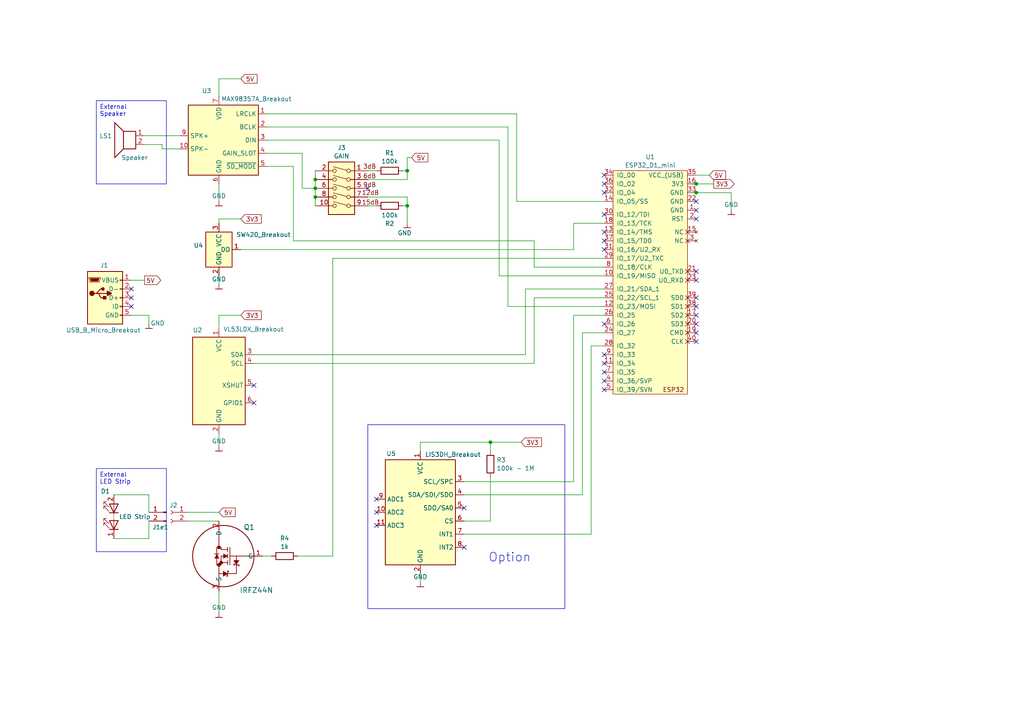
<source format=kicad_sch>
(kicad_sch (version 20231120) (generator "eeschema") (generator_version "8.0")
  (paper "A4")
  (title_block (title "LeoIoT - Goalfinder") (date "2024-03-25") (rev "01") (company "HTL Leonding, SJ 23-24, 2BHIF") (comment 2 "finding the basketball basket and hit detection") (comment 3 "Smart utility for guiding visually impaired people in "))
  (lib_symbols
    (symbol "Breakout_Boards:LIS3DH_Breakout"
      (property "Reference" "U" (at -8.89 16.51 0))
      (property "Value" "LIS3DH_Breakout" (at 9.144 16.51 0))
      (symbol "LIS3DH_Breakout_0_1"
        (rectangle (start -10.16 15.24) (end 10.16 -15.24) (stroke (width 0.254)) (fill (type background)))
      )
      (symbol "LIS3DH_Breakout_1_1"
        (pin power_in line (at 0 17.78 270) (length 2.54) (name "VCC") (number "1"))
        (pin input line (at 12.7 0 180) (length 2.54) (name "ADC2") (number "10"))
        (pin input line (at 12.7 -3.81 180) (length 2.54) (name "ADC3") (number "11"))
        (pin power_in line (at 0 -17.78 90) (length 2.54) (name "GND") (number "2"))
        (pin input line (at -12.7 8.89 0) (length 2.54) (name "SCL/SPC") (number "3"))
        (pin bidirectional line (at -12.7 5.08 0) (length 2.54) (name "SDA/SDI/SDO") (number "4"))
        (pin bidirectional line (at -12.7 1.27 0) (length 2.54) (name "SDO/SA0") (number "5"))
        (pin input line (at -12.7 -2.54 0) (length 2.54) (name "CS") (number "6"))
        (pin output line (at -12.7 -6.35 0) (length 2.54) (name "INT1") (number "7"))
        (pin output line (at -12.7 -10.16 0) (length 2.54) (name "INT2") (number "8"))
        (pin input line (at 12.7 3.81 180) (length 2.54) (name "ADC1") (number "9"))
      )
    )
    (symbol "Breakout_Boards:MAX98357A_Breakout"
      (property "Reference" "U" (at -8.89 11.43 0))
      (property "Value" "MAX98357A_Breakout" (at 12.446 11.684 0))
      (symbol "MAX98357A_Breakout_1_1"
        (rectangle (start -10.16 10.16) (end 10.16 -10.16) (stroke (width 0.254)) (fill (type background)))
        (pin input line (at -12.7 7.62 0) (length 2.54) (name "LRCLK") (number "1"))
        (pin output line (at 12.7 -2.54 180) (length 2.54) (name "SPK-") (number "10"))
        (pin input line (at -12.7 3.81 0) (length 2.54) (name "BCLK") (number "2"))
        (pin input line (at -12.7 0 0) (length 2.54) (name "DIN") (number "3"))
        (pin passive line (at -12.7 -3.81 0) (length 2.54) (name "GAIN_SLOT") (number "4"))
        (pin input line (at -12.7 -7.62 0) (length 2.54) (name "~{SD_MODE}") (number "5"))
        (pin power_in line (at 1.27 -12.7 90) (length 2.54) (name "GND") (number "6"))
        (pin power_in line (at 1.27 12.7 270) (length 2.54) (name "VDD") (number "7"))
        (pin output line (at 12.7 1.27 180) (length 2.54) (name "SPK+") (number "9"))
      )
    )
    (symbol "Breakout_Boards:SW420_Breakout"
      (property "Reference" "U" (at -6.35 13.97 0))
      (property "Value" "SW420_Breakout" (at 9.652 6.858 0))
      (symbol "SW420_Breakout_0_1"
        (rectangle (start -3.81 5.08) (end 3.81 -5.08) (stroke (width 0.254)) (fill (type background)))
      )
      (symbol "SW420_Breakout_1_1"
        (pin output line (at -6.35 0 0) (length 2.54) (name "DO") (number "1"))
        (pin power_in line (at 0 -7.62 90) (length 2.54) (name "GND") (number "2"))
        (pin power_in line (at 0 7.62 270) (length 2.54) (name "VCC") (number "3"))
      )
    )
    (symbol "Breakout_Boards:USB_B_Micro_Breakout" (pin_names (offset 1.016))
      (property "Reference" "J" (at -5.08 8.89 0))
      (property "Value" "USB_B_Micro_Breakout" (at -5.334 -8.89 0))
      (symbol "USB_B_Micro_Breakout_0_1"
        (rectangle (start -5.08 7.62) (end 5.08 -7.62) (stroke (width 0.254)) (fill (type background)))
        (circle (center -3.81 1.27) (radius 0.635) (stroke (width 0.254)) (fill (type outline)))
        (circle (center -0.635 2.54) (radius 0.381) (stroke (width 0.254)) (fill (type outline)))
        (polyline (pts (xy -1.905 1.27) (xy 0.635 1.27)) (stroke (width 0.254)))
        (polyline (pts (xy -3.175 1.27) (xy -2.54 1.27) (xy -1.27 2.54) (xy -0.635 2.54)) (stroke (width 0.254)))
        (polyline (pts (xy -2.54 1.27) (xy -1.905 1.27) (xy -1.27 0) (xy 0 0)) (stroke (width 0.254)))
        (polyline (pts (xy 0.635 1.905) (xy 0.635 0.635) (xy 1.905 1.27) (xy 0.635 1.905)) (stroke (width 0.254)) (fill (type outline)))
        (polyline (pts (xy -4.318 5.588) (xy -1.778 5.588) (xy -2.032 4.826) (xy -4.064 4.826) (xy -4.318 5.588)) (fill (type outline)))
        (polyline (pts (xy -4.699 5.842) (xy -4.699 5.588) (xy -4.445 4.826) (xy -4.445 4.572) (xy -1.651 4.572) (xy -1.651 4.826) (xy -1.397 5.588) (xy -1.397 5.842) (xy -4.699 5.842)))
        (rectangle (start 0.254 0.381) (end -0.508 -0.381) (stroke (width 0.254)) (fill (type outline)))
        (rectangle (start 4.318 0.127) (end 5.08 -0.127))
        (rectangle (start 4.318 2.667) (end 5.08 2.413))
        (rectangle (start 5.08 -5.207) (end 4.318 -4.953))
        (rectangle (start 5.08 -2.667) (end 4.318 -2.413))
        (rectangle (start 5.08 4.953) (end 4.318 5.207))
      )
      (symbol "USB_B_Micro_Breakout_1_1"
        (pin power_out line (at 7.62 5.08 180) (length 2.54) (name "VBUS") (number "1"))
        (pin bidirectional line (at 7.62 2.54 180) (length 2.54) (name "D-") (number "2"))
        (pin bidirectional line (at 7.62 0 180) (length 2.54) (name "D+") (number "3"))
        (pin passive line (at 7.62 -2.54 180) (length 2.54) (name "ID") (number "4"))
        (pin power_out line (at 7.62 -5.08 180) (length 2.54) (name "GND") (number "5"))
      )
    )
    (symbol "Breakout_Boards:VL53L0X_Breakout"
      (property "Reference" "U" (at -6.35 13.97 0))
      (property "Value" "VL53L0X_Breakout" (at 9.398 14.224 0))
      (symbol "VL53L0X_Breakout_0_1"
        (rectangle (start -7.62 12.7) (end 7.62 -12.7) (stroke (width 0.254)) (fill (type background)))
      )
      (symbol "VL53L0X_Breakout_1_1"
        (pin power_in line (at 0 15.24 270) (length 2.54) (name "VCC") (number "1"))
        (pin power_in line (at 0 -15.24 90) (length 2.54) (name "GND") (number "2"))
        (pin bidirectional line (at -10.16 7.62 0) (length 2.54) (name "SDA") (number "3"))
        (pin input line (at -10.16 5.08 0) (length 2.54) (name "SCL") (number "4"))
        (pin input line (at -10.16 -1.27 0) (length 2.54) (name "XSHUT") (number "5"))
        (pin open_collector line (at -10.16 -6.35 0) (length 2.54) (name "GPIO1") (number "6"))
      )
    )
    (symbol "Connector:Conn_01x02_Pin" (pin_names (offset 1.016) hide)
      (property "Reference" "J" (at 0 2.54 0))
      (property "Value" "Conn_01x02_Pin" (at 0 -5.08 0))
      (symbol "Conn_01x02_Pin_1_1"
        (polyline (pts (xy 1.27 -2.54) (xy 0.8636 -2.54)) (stroke (width 0.1524)))
        (polyline (pts (xy 1.27 0) (xy 0.8636 0)) (stroke (width 0.1524)))
        (rectangle (start 0.8636 -2.413) (end 0 -2.667) (stroke (width 0.1524)) (fill (type outline)))
        (rectangle (start 0.8636 0.127) (end 0 -0.127) (stroke (width 0.1524)) (fill (type outline)))
        (pin passive line (at 5.08 0 180) (length 3.81) (name "Pin_1") (number "1"))
        (pin passive line (at 5.08 -2.54 180) (length 3.81) (name "Pin_2") (number "2"))
      )
    )
    (symbol "Connector:Conn_01x02_Socket" (pin_names (offset 1.016) hide)
      (property "Reference" "J" (at 0 2.54 0))
      (property "Value" "Conn_01x02_Socket" (at 0 -5.08 0))
      (symbol "Conn_01x02_Socket_1_1"
        (arc (start 0 -2.032) (mid -0.5058 -2.54) (end 0 -3.048) (stroke (width 0.1524)))
        (polyline (pts (xy -1.27 -2.54) (xy -0.508 -2.54)) (stroke (width 0.1524)))
        (polyline (pts (xy -1.27 0) (xy -0.508 0)) (stroke (width 0.1524)))
        (arc (start 0 0.508) (mid -0.5058 0) (end 0 -0.508) (stroke (width 0.1524)))
        (pin passive line (at -5.08 0 0) (length 3.81) (name "Pin_1") (number "1"))
        (pin passive line (at -5.08 -2.54 0) (length 3.81) (name "Pin_2") (number "2"))
      )
    )
    (symbol "Device:LED_Series" (pin_names (offset 1.016) hide)
      (property "Reference" "D" (at 0 5.715 0))
      (property "Value" "LED_Series" (at 0 3.81 0))
      (symbol "LED_Series_0_1"
        (polyline (pts (xy -3.81 0) (xy -1.016 0)))
        (polyline (pts (xy -3.683 -1.27) (xy -3.683 1.27)) (stroke (width 0.254)))
        (polyline (pts (xy -0.508 0) (xy -0.762 0)))
        (polyline (pts (xy 0.127 0) (xy -0.127 0)))
        (polyline (pts (xy 0.508 0) (xy 0.762 0)))
        (polyline (pts (xy 1.016 0) (xy 3.81 0)))
        (polyline (pts (xy 1.143 -1.27) (xy 1.143 1.27)) (stroke (width 0.254)))
        (polyline (pts (xy -1.143 -1.27) (xy -1.143 1.27) (xy -3.683 0) (xy -1.143 -1.27)) (stroke (width 0.254)))
        (polyline (pts (xy 3.683 -1.27) (xy 3.683 1.27) (xy 1.143 0) (xy 3.683 -1.27)) (stroke (width 0.254)))
        (polyline (pts (xy -3.302 1.397) (xy -1.778 2.921) (xy -2.54 2.921) (xy -1.778 2.921) (xy -1.778 2.159)))
        (polyline (pts (xy -2.032 1.397) (xy -0.508 2.921) (xy -1.27 2.921) (xy -0.508 2.921) (xy -0.508 2.159)))
        (polyline (pts (xy 1.524 1.397) (xy 3.048 2.921) (xy 2.286 2.921) (xy 3.048 2.921) (xy 3.048 2.159)))
        (polyline (pts (xy 2.794 1.397) (xy 4.318 2.921) (xy 3.556 2.921) (xy 4.318 2.921) (xy 4.318 2.159)))
      )
      (symbol "LED_Series_1_1"
        (pin passive line (at -6.35 0 0) (length 2.54) (name "K") (number "1"))
        (pin passive line (at 6.35 0 180) (length 2.54) (name "A") (number "2"))
      )
    )
    (symbol "Device:R" (pin_numbers hide) (pin_names (offset 0))
      (property "Reference" "R" (at 2.032 0 90))
      (property "Value" "R" (at 0 0 90))
      (symbol "R_0_1"
        (rectangle (start -1.016 -2.54) (end 1.016 2.54) (stroke (width 0.254)))
      )
      (symbol "R_1_1"
        (pin passive line (at 0 3.81 270) (length 1.27) (name "~") (number "1"))
        (pin passive line (at 0 -3.81 90) (length 1.27) (name "~") (number "2"))
      )
    )
    (symbol "Device:Speaker" (pin_names (offset 0) hide)
      (property "Reference" "LS" (at 1.27 5.715 0))
      (property "Value" "Speaker" (at 1.27 3.81 0))
      (symbol "Speaker_0_0"
        (rectangle (start -2.54 1.27) (end 1.016 -3.81) (stroke (width 0.254)))
        (polyline (pts (xy 1.016 1.27) (xy 3.556 3.81) (xy 3.556 -6.35) (xy 1.016 -3.81)) (stroke (width 0.254)))
      )
      (symbol "Speaker_1_1"
        (pin input line (at -5.08 0 0) (length 2.54) (name "1") (number "1"))
        (pin input line (at -5.08 -2.54 0) (length 2.54) (name "2") (number "2"))
      )
    )
    (symbol "ESP32_D1_mini:ESP32_D1_mini_AZ-Delivery" (pin_names (offset 1.016))
      (property "Reference" "U" (at -9.398 1.778 0))
      (property "Value" "AZ-Delivery ESP32 D1 mini" (at 13.716 2.032 0))
      (symbol "ESP32_D1_mini_AZ-Delivery_0_0"
        (text "ESP32" (at 7.366 -63.5 0) (effects (font (size 1.27 1.27))))
        (pin power_in line (at 13.97 -11.43 180) (length 2.54) (name "GND") (number "1"))
        (pin input line (at 13.97 -13.97 180) (length 2.54) (name "RST") (number "2"))
        (pin no_connect non_logic (at 13.97 -20.32 180) (length 2.54) (name "NC") (number "3"))
      )
      (symbol "ESP32_D1_mini_AZ-Delivery_0_1"
        (rectangle (start -10.16 0) (end 11.43 -64.77) (fill (type background)))
      )
      (symbol "ESP32_D1_mini_AZ-Delivery_1_0"
        (pin input line (at -12.7 -60.96 0) (length 2.54) (name "IO_36/SVP") (number "4"))
        (pin input line (at -12.7 -63.5 0) (length 2.54) (name "IO_39/SVN") (number "5"))
      )
      (symbol "ESP32_D1_mini_AZ-Delivery_1_1"
        (pin bidirectional line (at -12.7 -30.48 0) (length 2.54) (name "IO_19/MISO") (number "10"))
        (pin input line (at -12.7 -55.88 0) (length 2.54) (name "IO_34") (number "11"))
        (pin bidirectional line (at -12.7 -39.37 0) (length 2.54) (name "IO_23/MOSI") (number "12"))
        (pin bidirectional line (at -12.7 -17.78 0) (length 2.54) (name "IO_14/TMS") (number "13"))
        (pin bidirectional line (at -12.7 -8.89 0) (length 2.54) (name "IO_05/SS") (number "14"))
        (pin no_connect non_logic (at 13.97 -17.78 180) (length 2.54) (name "NC") (number "15"))
        (pin power_in line (at 13.97 -3.81 180) (length 2.54) (name "3V3") (number "16"))
        (pin passive non_logic (at 13.97 -41.91 180) (length 2.54) (name "SD2") (number "17"))
        (pin bidirectional line (at -12.7 -15.24 0) (length 2.54) (name "IO_13/TCK") (number "18"))
        (pin passive non_logic (at 13.97 -46.99 180) (length 2.54) (name "CMD") (number "19"))
        (pin passive non_logic (at 13.97 -44.45 180) (length 2.54) (name "SD3") (number "20"))
        (pin passive non_logic (at 13.97 -29.21 180) (length 2.54) (name "U0_TXD") (number "21"))
        (pin power_in line (at 13.97 -8.89 180) (length 2.54) (name "GND") (number "22"))
        (pin passive non_logic (at 13.97 -31.75 180) (length 2.54) (name "U0_RXD") (number "23"))
        (pin bidirectional line (at -12.7 -46.99 0) (length 2.54) (name "IO_27") (number "24"))
        (pin bidirectional line (at -12.7 -36.83 0) (length 2.54) (name "IO_22/SCL_1") (number "25"))
        (pin bidirectional line (at -12.7 -41.91 0) (length 2.54) (name "IO_25") (number "26"))
        (pin bidirectional line (at -12.7 -34.29 0) (length 2.54) (name "IO_21/SDA_1") (number "27"))
        (pin bidirectional line (at -12.7 -50.8 0) (length 2.54) (name "IO_32") (number "28"))
        (pin bidirectional line (at -12.7 -25.4 0) (length 2.54) (name "IO_17/U2_TXC") (number "29"))
        (pin bidirectional line (at -12.7 -12.7 0) (length 2.54) (name "IO_12/TDI") (number "30"))
        (pin bidirectional line (at -12.7 -22.86 0) (length 2.54) (name "IO_16/U2_RX") (number "31"))
        (pin bidirectional line (at -12.7 -6.35 0) (length 2.54) (name "IO_04") (number "32"))
        (pin power_in line (at 13.97 -6.35 180) (length 2.54) (name "GND") (number "33"))
        (pin bidirectional line (at -12.7 -1.27 0) (length 2.54) (name "IO_00") (number "34"))
        (pin power_in line (at 13.97 -1.27 180) (length 2.54) (name "VCC_(USB)") (number "35"))
        (pin bidirectional line (at -12.7 -3.81 0) (length 2.54) (name "IO_02") (number "36"))
        (pin bidirectional line (at -12.7 -20.32 0) (length 2.54) (name "IO_15/TD0") (number "37"))
        (pin passive non_logic (at 13.97 -39.37 180) (length 2.54) (name "SD1") (number "38"))
        (pin passive non_logic (at 13.97 -36.83 180) (length 2.54) (name "SD0") (number "39"))
        (pin passive non_logic (at 13.97 -49.53 180) (length 2.54) (name "CLK") (number "40"))
        (pin bidirectional line (at -12.7 -44.45 0) (length 2.54) (name "IO_26") (number "6"))
        (pin input line (at -12.7 -58.42 0) (length 2.54) (name "IO_35") (number "7"))
        (pin bidirectional line (at -12.7 -27.94 0) (length 2.54) (name "IO_18/CLK") (number "8"))
        (pin bidirectional line (at -12.7 -53.34 0) (length 2.54) (name "IO_33") (number "9"))
      )
    )
    (symbol "Switch:SW_DIP_x05" (pin_names (offset 0) hide)
      (property "Reference" "J1" (at 0 11.7645 0))
      (property "Value" "GAIN" (at 0 9.3402 0))
      (symbol "SW_DIP_x05_0_0"
        (circle (center -2.032 -5.08) (radius 0.508))
        (circle (center -2.032 -2.54) (radius 0.508))
        (circle (center -2.032 0) (radius 0.508))
        (circle (center -2.032 2.54) (radius 0.508))
        (circle (center -2.032 5.08) (radius 0.508))
        (polyline (pts (xy -1.524 -4.9276) (xy 2.3622 -3.8862)))
        (polyline (pts (xy -1.524 -2.3876) (xy 2.3622 -1.3462)))
        (polyline (pts (xy -1.524 0.127) (xy 2.3622 1.1684)))
        (polyline (pts (xy -1.524 2.667) (xy 2.3622 3.7084)))
        (polyline (pts (xy -1.524 5.207) (xy 2.3622 6.2484)))
        (circle (center 2.032 -5.08) (radius 0.508))
        (circle (center 2.032 -2.54) (radius 0.508))
        (circle (center 2.032 0) (radius 0.508))
        (circle (center 2.032 2.54) (radius 0.508))
        (circle (center 2.032 5.08) (radius 0.508))
      )
      (symbol "SW_DIP_x05_0_1"
        (rectangle (start -3.81 7.62) (end 3.81 -7.62) (stroke (width 0.254)) (fill (type background)))
      )
      (symbol "SW_DIP_x05_1_1"
        (text "12dB" (at -8.382 -1.27 0) (effects (font (size 1.27 1.27))))
        (text "15dB" (at -8.382 -4.064 0) (effects (font (size 1.27 1.27))))
        (text "3dB" (at -8.128 6.35 0) (effects (font (size 1.27 1.27))))
        (text "6dB" (at -8.128 3.556 0) (effects (font (size 1.27 1.27))))
        (text "9dB" (at -8.128 1.016 0) (effects (font (size 1.27 1.27))))
        (pin passive line (at -7.62 5.08 0) (length 5.08) (name "~") (number "1"))
        (pin passive line (at 7.62 -5.08 180) (length 5.08) (name "~") (number "10"))
        (pin passive line (at 7.62 5.08 180) (length 5.08) (name "~") (number "2"))
        (pin passive line (at -7.62 2.54 0) (length 5.08) (name "~") (number "3"))
        (pin passive line (at 7.62 2.54 180) (length 5.08) (name "~") (number "4"))
        (pin passive line (at -7.62 0 0) (length 5.08) (name "~") (number "5"))
        (pin passive line (at 7.62 0 180) (length 5.08) (name "~") (number "6"))
        (pin passive line (at -7.62 -2.54 0) (length 5.08) (name "~") (number "7"))
        (pin passive line (at 7.62 -2.54 180) (length 5.08) (name "~") (number "8"))
        (pin passive line (at -7.62 -5.08 0) (length 5.08) (name "~") (number "9"))
      )
    )
    (symbol "Transistor_FET_Own:IRFZ44N_127" (pin_names (offset 0.254))
      (property "Reference" "Q1" (at 20.066 8.382 0))
      (property "Value" "IRFZ44N" (at 20.32 5.588 0))
      (symbol "IRFZ44N_127_0_1"
        (polyline (pts (xy 2.54 0) (xy 9.525 0)) (stroke (width 0.2032)))
        (polyline (pts (xy 6.858 -2.794) (xy 7.112 -2.794)) (stroke (width 0.2032)))
        (polyline (pts (xy 6.858 -2.54) (xy 6.858 -2.794)) (stroke (width 0.2032)))
        (polyline (pts (xy 6.858 -2.54) (xy 8.382 -2.54)) (stroke (width 0.2032)))
        (polyline (pts (xy 7.62 -5.08) (xy 10.16 -5.08)) (stroke (width 0.2032)))
        (polyline (pts (xy 7.62 -2.54) (xy 7.62 -5.08)) (stroke (width 0.2032)))
        (polyline (pts (xy 7.62 0) (xy 7.62 -1.27)) (stroke (width 0.2032)))
        (polyline (pts (xy 8.382 -2.54) (xy 8.382 -2.286)) (stroke (width 0.2032)))
        (polyline (pts (xy 8.382 -2.286) (xy 8.128 -2.286)) (stroke (width 0.2032)))
        (polyline (pts (xy 9.525 -2.54) (xy 9.525 2.54)) (stroke (width 0.2032)))
        (polyline (pts (xy 9.906 -4.318) (xy 9.906 -4.572)) (stroke (width 0.2032)))
        (polyline (pts (xy 10.16 -5.842) (xy 10.414 -5.842)) (stroke (width 0.2032)))
        (polyline (pts (xy 10.16 -4.318) (xy 9.906 -4.318)) (stroke (width 0.2032)))
        (polyline (pts (xy 10.16 -4.318) (xy 10.16 -5.842)) (stroke (width 0.2032)))
        (polyline (pts (xy 10.16 -2.54) (xy 10.16 -1.27)) (stroke (width 0.2032)))
        (polyline (pts (xy 10.16 -1.905) (xy 12.065 -1.905)) (stroke (width 0.2032)))
        (polyline (pts (xy 10.16 -0.635) (xy 10.16 0.635)) (stroke (width 0.2032)))
        (polyline (pts (xy 10.16 1.27) (xy 10.16 2.54)) (stroke (width 0.2032)))
        (polyline (pts (xy 10.16 1.905) (xy 12.065 1.905)) (stroke (width 0.2032)))
        (polyline (pts (xy 10.414 -5.842) (xy 10.414 -5.588)) (stroke (width 0.2032)))
        (polyline (pts (xy 11.43 -5.08) (xy 12.7 -5.08)) (stroke (width 0.2032)))
        (polyline (pts (xy 11.43 0) (xy 12.065 0)) (stroke (width 0.2032)))
        (polyline (pts (xy 12.065 -2.54) (xy 12.065 0)) (stroke (width 0.2032)))
        (polyline (pts (xy 12.065 -2.54) (xy 13.335 -2.54)) (stroke (width 0.2032)))
        (polyline (pts (xy 12.065 1.905) (xy 12.065 2.54)) (stroke (width 0.2032)))
        (polyline (pts (xy 12.065 2.54) (xy 13.335 2.54)) (stroke (width 0.2032)))
        (polyline (pts (xy 12.7 -7.62) (xy 12.7 -2.54)) (stroke (width 0.2032)))
        (polyline (pts (xy 12.7 2.54) (xy 12.7 7.62)) (stroke (width 0.2032)))
        (polyline (pts (xy 13.335 -2.54) (xy 13.335 -0.635)) (stroke (width 0.2032)))
        (polyline (pts (xy 13.335 0.635) (xy 13.335 2.54)) (stroke (width 0.2032)))
        (polyline (pts (xy 13.97 0.635) (xy 12.7 0.635)) (stroke (width 0.2032)))
        (polyline (pts (xy 6.858 -1.27) (xy 8.382 -1.27) (xy 7.62 -2.54)) (fill (type outline)))
        (polyline (pts (xy 11.43 -4.318) (xy 11.43 -5.842) (xy 10.16 -5.08)) (fill (type outline)))
        (polyline (pts (xy 11.43 0.635) (xy 10.16 0) (xy 11.43 -0.635)) (fill (type outline)))
        (polyline (pts (xy 13.97 -0.635) (xy 12.7 -0.635) (xy 13.335 0.635)) (fill (type outline)))
        (circle (center 11.43 0) (radius 8.89) (stroke (width 0.254)))
        (circle (center 12.065 -1.905) (radius 0.0254) (stroke (width 0.508)))
        (circle (center 12.7 -2.54) (radius 0.0254) (stroke (width 0.508)))
        (circle (center 12.7 2.54) (radius 0.0254) (stroke (width 0.508)))
        (pin unspecified line (at 0 0 0) (length 2.54) (name "G") (number "1"))
        (pin unspecified line (at 12.7 10.16 270) (length 2.54) (name "D") (number "2"))
        (pin unspecified line (at 12.7 -10.16 90) (length 2.54) (name "S") (number "3"))
      )
    )
    (symbol "power_my:GND_eu" (power) (pin_names (offset 0))
      (property "Value" "GND_eu" (at 0 -2.54 0))
      (symbol "GND_eu_0_1"
        (polyline (pts (xy 0 -1.27) (xy 0 0)))
        (polyline (pts (xy 1.016 -1.27) (xy -1.016 -1.27) (xy -1.016 -1.27)) (stroke (width 0.2032)))
      )
      (symbol "GND_eu_1_1"
        (pin power_in line (at 0 0 90) (length 0) hide (name "GND") (number "1"))
      )
    )
  )
  (junction (at 91.44 52.07))
  (junction (at 91.44 54.61))
  (junction (at 118.11 49.53))
  (junction (at 142.24 128.27))
  (junction (at 91.44 57.15))
  (junction (at 118.11 59.69))
  (junction (at 201.93 55.88))
  (junction (at 201.93 53.34))
  (no_connect (at 201.93 81.28))
  (no_connect (at 201.93 60.96))
  (no_connect (at 175.26 72.39))
  (no_connect (at 175.26 55.88))
  (no_connect (at 73.66 116.84))
  (no_connect (at 201.93 99.06))
  (no_connect (at 201.93 91.44))
  (no_connect (at 175.26 102.87))
  (no_connect (at 175.26 93.98))
  (no_connect (at 201.93 86.36))
  (no_connect (at 134.62 158.75))
  (no_connect (at 175.26 107.95))
  (no_connect (at 109.22 152.4))
  (no_connect (at 175.26 50.8))
  (no_connect (at 106.68 54.61))
  (no_connect (at 175.26 105.41))
  (no_connect (at 134.62 147.32))
  (no_connect (at 73.66 111.76))
  (no_connect (at 38.1 88.9))
  (no_connect (at 38.1 83.82))
  (no_connect (at 201.93 96.52))
  (no_connect (at 175.26 62.23))
  (no_connect (at 175.26 69.85))
  (no_connect (at 201.93 58.42))
  (no_connect (at 109.22 144.78))
  (no_connect (at 201.93 78.74))
  (no_connect (at 201.93 63.5))
  (no_connect (at 175.26 113.03))
  (no_connect (at 201.93 93.98))
  (no_connect (at 109.22 148.59))
  (no_connect (at 175.26 67.31))
  (no_connect (at 38.1 86.36))
  (no_connect (at 175.26 53.34))
  (no_connect (at 201.93 88.9))
  (no_connect (at 175.26 110.49))
  (wire (pts (xy 87.63 54.61) (xy 91.44 54.61)))
  (wire (pts (xy 149.86 58.42) (xy 175.26 58.42)))
  (wire (pts (xy 73.66 105.41) (xy 154.94 105.41)))
  (wire (pts (xy 63.5 125.73) (xy 63.5 129.54)))
  (wire (pts (xy 63.5 80.01) (xy 63.5 82.55)))
  (wire (pts (xy 168.91 143.51) (xy 134.62 143.51)))
  (wire (pts (xy 116.84 59.69) (xy 118.11 59.69)))
  (wire (pts (xy 149.86 58.42) (xy 149.86 33.02)))
  (wire (pts (xy 43.18 151.13) (xy 43.18 156.21)))
  (wire (pts (xy 85.09 69.85) (xy 85.09 48.26)))
  (wire (pts (xy 33.02 143.51) (xy 43.18 143.51)))
  (wire (pts (xy 85.09 69.85) (xy 154.94 69.85)))
  (wire (pts (xy 154.94 69.85) (xy 154.94 77.47)))
  (wire (pts (xy 91.44 57.15) (xy 91.44 59.69)))
  (wire (pts (xy 118.11 59.69) (xy 118.11 64.77)))
  (wire (pts (xy 147.32 88.9) (xy 175.26 88.9)))
  (wire (pts (xy 142.24 128.27) (xy 142.24 130.81)))
  (wire (pts (xy 87.63 44.45) (xy 77.47 44.45)))
  (wire (pts (xy 166.37 72.39) (xy 166.37 64.77)))
  (wire (pts (xy 77.47 40.64) (xy 144.78 40.64)))
  (wire (pts (xy 63.5 148.59) (xy 54.61 148.59)))
  (wire (pts (xy 76.2 161.29) (xy 78.74 161.29)))
  (wire (pts (xy 46.99 43.18) (xy 46.99 41.91)))
  (wire (pts (xy 63.5 53.34) (xy 63.5 58.42)))
  (wire (pts (xy 134.62 139.7) (xy 166.37 139.7)))
  (wire (pts (xy 171.45 100.33) (xy 175.26 100.33)))
  (wire (pts (xy 200.66 55.88) (xy 201.93 55.88)))
  (wire (pts (xy 168.91 96.52) (xy 168.91 143.51)))
  (wire (pts (xy 201.93 53.34) (xy 207.01 53.34)))
  (wire (pts (xy 96.52 74.93) (xy 96.52 161.29)))
  (wire (pts (xy 175.26 74.93) (xy 96.52 74.93)))
  (wire (pts (xy 154.94 105.41) (xy 154.94 86.36)))
  (wire (pts (xy 87.63 44.45) (xy 87.63 54.61)))
  (wire (pts (xy 63.5 22.86) (xy 69.85 22.86)))
  (wire (pts (xy 91.44 54.61) (xy 91.44 57.15)))
  (wire (pts (xy 166.37 91.44) (xy 175.26 91.44)))
  (wire (pts (xy 119.38 45.72) (xy 118.11 45.72)))
  (wire (pts (xy 152.4 83.82) (xy 175.26 83.82)))
  (wire (pts (xy 91.44 52.07) (xy 91.44 54.61)))
  (wire (pts (xy 69.85 72.39) (xy 166.37 72.39)))
  (wire (pts (xy 43.18 148.59) (xy 43.18 143.51)))
  (wire (pts (xy 85.09 48.26) (xy 77.47 48.26)))
  (wire (pts (xy 201.93 50.8) (xy 205.74 50.8)))
  (wire (pts (xy 63.5 22.86) (xy 63.5 27.94)))
  (wire (pts (xy 63.5 63.5) (xy 63.5 64.77)))
  (wire (pts (xy 154.94 86.36) (xy 175.26 86.36)))
  (wire (pts (xy 38.1 81.28) (xy 41.91 81.28)))
  (wire (pts (xy 38.1 91.44) (xy 43.18 91.44)))
  (wire (pts (xy 77.47 36.83) (xy 147.32 36.83)))
  (wire (pts (xy 63.5 91.44) (xy 63.5 95.25)))
  (wire (pts (xy 142.24 138.43) (xy 142.24 151.13)))
  (wire (pts (xy 134.62 151.13) (xy 142.24 151.13)))
  (wire (pts (xy 166.37 64.77) (xy 175.26 64.77)))
  (wire (pts (xy 212.09 55.88) (xy 212.09 60.96)))
  (wire (pts (xy 121.92 128.27) (xy 121.92 130.81)))
  (wire (pts (xy 106.68 52.07) (xy 118.11 52.07)))
  (wire (pts (xy 106.68 57.15) (xy 118.11 57.15)))
  (wire (pts (xy 91.44 49.53) (xy 91.44 52.07)))
  (wire (pts (xy 147.32 36.83) (xy 147.32 88.9)))
  (wire (pts (xy 69.85 63.5) (xy 63.5 63.5)))
  (wire (pts (xy 201.93 55.88) (xy 212.09 55.88)))
  (wire (pts (xy 121.92 166.37) (xy 121.92 168.91)))
  (wire (pts (xy 41.91 41.91) (xy 46.99 41.91)))
  (wire (pts (xy 121.92 128.27) (xy 142.24 128.27)))
  (wire (pts (xy 77.47 33.02) (xy 149.86 33.02)))
  (wire (pts (xy 118.11 49.53) (xy 116.84 49.53)))
  (wire (pts (xy 63.5 171.45) (xy 63.5 177.8)))
  (wire (pts (xy 118.11 45.72) (xy 118.11 49.53)))
  (wire (pts (xy 54.61 151.13) (xy 63.5 151.13)))
  (wire (pts (xy 96.52 161.29) (xy 86.36 161.29)))
  (wire (pts (xy 118.11 52.07) (xy 118.11 49.53)))
  (wire (pts (xy 154.94 77.47) (xy 175.26 77.47)))
  (wire (pts (xy 168.91 96.52) (xy 175.26 96.52)))
  (wire (pts (xy 69.85 91.44) (xy 63.5 91.44)))
  (wire (pts (xy 152.4 102.87) (xy 73.66 102.87)))
  (wire (pts (xy 171.45 100.33) (xy 171.45 154.94)))
  (wire (pts (xy 109.22 49.53) (xy 106.68 49.53)))
  (wire (pts (xy 142.24 128.27) (xy 151.13 128.27)))
  (wire (pts (xy 166.37 91.44) (xy 166.37 139.7)))
  (wire (pts (xy 43.18 91.44) (xy 43.18 93.98)))
  (wire (pts (xy 106.68 59.69) (xy 109.22 59.69)))
  (wire (pts (xy 134.62 154.94) (xy 171.45 154.94)))
  (wire (pts (xy 152.4 102.87) (xy 152.4 83.82)))
  (wire (pts (xy 41.91 39.37) (xy 52.07 39.37)))
  (wire (pts (xy 200.66 53.34) (xy 201.93 53.34)))
  (wire (pts (xy 144.78 40.64) (xy 144.78 80.01)))
  (wire (pts (xy 43.18 156.21) (xy 33.02 156.21)))
  (wire (pts (xy 144.78 80.01) (xy 175.26 80.01)))
  (wire (pts (xy 118.11 57.15) (xy 118.11 59.69)))
  (wire (pts (xy 52.07 43.18) (xy 46.99 43.18)))
  (rectangle (start 106.68 123.19) (end 163.83 176.53))
  (text_box "External\nSpeaker" (at 27.94 29.21 0) (size 20.32 24.13) (effects (font (size 1.27 1.27)) (justify left top)))
  (text_box "External\nLED Strip" (at 27.94 135.89 0) (size 20.32 24.13) (effects (font (size 1.27 1.27)) (justify left top)))
  (text "Option" (at 147.828 161.798 0) (effects (font (size 2.54 2.54))))
  (global_label "5V" (shape output) (at 41.91 81.28 0) (property "Intersheetrefs" "${INTERSHEET_REFS}" (effects (hide yes))))
  (global_label "3V3" (shape input) (at 151.13 128.27 0) (property "Intersheetrefs" "${INTERSHEET_REFS}" (effects (hide yes))))
  (global_label "3V3" (shape output) (at 207.01 53.34 0) (property "Intersheetrefs" "${INTERSHEET_REFS}" (effects (hide yes))))
  (global_label "5V" (shape input) (at 205.74 50.8 0) (property "Intersheetrefs" "${INTERSHEET_REFS}" (effects (hide yes))))
  (global_label "3V3" (shape input) (at 69.85 63.5 0) (property "Intersheetrefs" "${INTERSHEET_REFS}" (effects (hide yes))))
  (global_label "5V" (shape input) (at 63.5 148.59 0) (property "Intersheetrefs" "${INTERSHEET_REFS}" (effects (hide yes))))
  (global_label "3V3" (shape input) (at 69.85 91.44 0) (property "Intersheetrefs" "${INTERSHEET_REFS}" (effects (hide yes))))
  (global_label "5V" (shape input) (at 69.85 22.86 0) (property "Intersheetrefs" "${INTERSHEET_REFS}" (effects (hide yes))))
  (global_label "5V" (shape input) (at 119.38 45.72 0) (property "Intersheetrefs" "${INTERSHEET_REFS}" (effects (hide yes))))
  (symbol (lib_id "Breakout_Boards:MAX98357A_Breakout") (at 64.77 40.64 0) (mirror y) (unit 1)
    (property "Reference" "U3" (at 61.3059 26.3355 0) (effects (justify left)))
    (property "Value" "MAX98357A_Breakout" (at 84.582 28.702 0) (effects (justify left)))
    (property "Footprint" "Breakout_Boards:MAX98357A_Breakout_Board" (effects (hide yes)))
    (property "Datasheet" "https://www.analog.com/media/en/technical-documentation/data-sheets/MAX98357A-MAX98357B.pdf" (effects (hide yes)))
    (property "Description" "Mono DAC with amplifier, I2S, PCM, TDM, 32-bit, 96khz, 3.2W, TQFP-16" (effects (hide yes)))
  )
  (symbol (lib_id "Device:R") (at 82.55 161.29 270) (unit 1)
    (property "Reference" "R4" (at 82.55 156.1295 90))
    (property "Value" "1k" (at 82.55 158.5538 90))
    (property "Footprint" "Resistor_THT:R_Axial_DIN0309_L9.0mm_D3.2mm_P12.70mm_Horizontal" (effects (hide yes)))
    (property "Description" "Resistor" (effects (hide yes)))
  )
  (symbol (lib_id "Device:R") (at 142.24 134.62 0) (unit 1)
    (property "Reference" "R3" (at 144.018 133.4078 0) (effects (justify left)))
    (property "Value" "100k - 1M" (at 144.018 135.8321 0) (effects (justify left)))
    (property "Footprint" "Resistor_THT:R_Axial_DIN0309_L9.0mm_D3.2mm_P12.70mm_Horizontal" (effects (hide yes)))
    (property "Description" "Resistor" (effects (hide yes)))
  )
  (symbol (lib_id "Transistor_FET_Own:IRFZ44N_127") (at 76.2 161.29 0) (mirror y) (unit 1)
    (property "Reference" "Q1" (at 73.914 152.908 0) (effects (font (size 1.524 1.524)) (justify left)))
    (property "Value" "IRFZ44N" (at 79.248 171.196 0) (effects (font (size 1.524 1.524)) (justify left)))
    (property "Footprint" "Package_TO_SOT_THT:TO-220-3_Horizontal_TabDown" (effects (hide yes)))
    (property "Datasheet" "IRFZ44N_127" (effects (hide yes)))
  )
  (symbol (lib_id "power_my:GND_eu") (at 63.5 129.54 0) (unit 1)
    (property "Reference" "#GND02" (effects (hide yes)))
    (property "Value" "GND" (at 63.5 127.9469 0))
  )
  (symbol (lib_id "Breakout_Boards:LIS3DH_Breakout") (at 121.92 148.59 0) (mirror y) (unit 1)
    (property "Reference" "U5" (at 114.808 131.572 0) (effects (justify left)))
    (property "Value" "LIS3DH_Breakout" (at 139.446 131.826 0) (effects (justify left)))
    (property "Footprint" "Breakout_Boards:LIS3DH_Breakout_Board" (effects (hide yes)))
    (property "Description" "3-Axis Accelerometer, 2/4/8/16g range, I2C/SPI interface, LGA-16 Breakout Board" (effects (hide yes)))
  )
  (symbol (lib_id "power_my:GND_eu") (at 63.5 58.42 0) (unit 1)
    (property "Reference" "#GND03" (effects (hide yes)))
    (property "Value" "GND" (at 63.5 56.8269 0))
  )
  (symbol (lib_id "Device:LED_Series") (at 33.02 149.86 90) (unit 1)
    (property "Reference" "D1" (at 29.21 142.494 90) (effects (justify right)))
    (property "Value" "LED Strip" (at 34.544 149.86 90) (effects (justify right)))
    (property "Description" "Several LEDs in series" (effects (hide yes)))
  )
  (symbol (lib_id "power_my:GND_eu") (at 63.5 82.55 0) (unit 1)
    (property "Reference" "#GND05" (effects (hide yes)))
    (property "Value" "GND" (at 63.5 80.9569 0))
  )
  (symbol (lib_id "Breakout_Boards:SW420_Breakout") (at 63.5 72.39 0) (mirror y) (unit 1)
    (property "Reference" "U4" (at 58.928 71.1778 0) (effects (justify left)))
    (property "Value" "SW420_Breakout" (at 84.328 68.072 0) (effects (justify left)))
    (property "Footprint" "Breakout_Boards:SW420_Breakout_Board_Horizontal" (effects (hide yes)))
    (property "Description" "Vibrationsensor, Shocksensor" (effects (hide yes)))
  )
  (symbol (lib_id "power_my:GND_eu") (at 118.11 64.77 0) (mirror y) (unit 1)
    (property "Reference" "#GND04" (effects (hide yes)))
    (property "Value" "GND" (at 117.348 67.564 0))
  )
  (symbol (lib_id "Breakout_Boards:USB_B_Micro_Breakout") (at 30.48 86.36 0) (unit 1)
    (property "Reference" "J1" (at 30.226 76.962 0))
    (property "Value" "USB_B_Micro_Breakout" (at 29.972 95.758 0))
    (property "Footprint" "Breakout_Boards:Micro-USB_BreakoutBoard" (effects (hide yes)))
    (property "Description" "USB Micro Type B connector" (effects (hide yes)))
  )
  (symbol (lib_id "Connector:Conn_01x02_Socket") (at 49.53 148.59 0) (mirror y) (unit 1)
    (property "Reference" "J2" (at 50.292 146.558 0))
    (property "Value" "LED Strip" (effects (hide yes)))
    (property "Footprint" "Connector_JST_2.54:JST_XH_B2B-XH-A_1x02_P2.54mm_Vertical" (effects (hide yes)))
    (property "Description" "JST XA 2Pin 2.54" (effects (hide yes)))
  )
  (symbol (lib_id "power_my:GND_eu") (at 212.09 60.96 0) (unit 1)
    (property "Reference" "#GND01" (effects (hide yes)))
    (property "Value" "GND" (at 212.09 59.3669 0))
  )
  (symbol (lib_id "Breakout_Boards:VL53L0X_Breakout") (at 63.5 110.49 0) (mirror y) (unit 1)
    (property "Reference" "U2" (at 58.674 95.758 0) (effects (justify left)))
    (property "Value" "VL53L0X_Breakout" (at 82.296 95.504 0) (effects (justify left)))
    (property "Footprint" "Breakout_Boards:VL53L0X_Breakout_Board_vertical_flat" (effects (hide yes)))
    (property "Datasheet" "https://www.st.com/resource/en/datasheet/vl53l0x.pdf" (effects (hide yes)))
    (property "Description" "2m distance ranging ToF sensor, Optical LGA12" (effects (hide yes)))
  )
  (symbol (lib_id "Device:R") (at 113.03 59.69 270) (unit 1)
    (property "Reference" "R2" (at 113.03 64.8505 90))
    (property "Value" "100k" (at 113.03 62.4262 90))
    (property "Footprint" "Resistor_THT:R_Axial_DIN0309_L9.0mm_D3.2mm_P12.70mm_Horizontal" (effects (hide yes)))
    (property "Description" "Resistor" (effects (hide yes)))
  )
  (symbol (lib_id "power_my:GND_eu") (at 43.18 93.98 0) (unit 1)
    (property "Reference" "#GND08" (effects (hide yes)))
    (property "Value" "GND" (at 45.72 93.726 0))
  )
  (symbol (lib_id "Connector:Conn_01x02_Pin") (at 48.26 148.59 0) (mirror y) (unit 1)
    (property "Reference" "J1e1" (at 44.196 152.908 0) (effects (justify right)))
    (property "Value" "Conn_01x02_Pin" (effects (hide yes)))
    (property "Description" "Generic connector, single row, 01x02, script generated" (effects (hide yes)))
  )
  (symbol (lib_id "Switch:SW_DIP_x05") (at 99.06 54.61 0) (mirror y) (unit 1)
    (property "Reference" "J3" (at 99.06 42.8455 0))
    (property "Value" "GAIN" (at 99.06 45.2698 0))
    (property "Footprint" "Connector_PinHeader_2.54mm:PinHeader_2x05_P2.54mm_Vertical" (effects (hide yes)))
    (property "Description" "5x DIP Switch, Single Pole Single Throw (SPST) switch, small symbol" (effects (hide yes)))
  )
  (symbol (lib_id "Device:Speaker") (at 36.83 39.37 0) (mirror y) (unit 1)
    (property "Reference" "LS1" (at 32.512 39.4278 0) (effects (justify left)))
    (property "Value" "Speaker" (at 42.926 45.72 0) (effects (justify left)))
    (property "Footprint" "Breakout_Boards:Mono-Enclosed_Speaker_70x30x17mm_onboard" (effects (hide yes)))
    (property "Description" "Speaker" (effects (hide yes)))
  )
  (symbol (lib_id "power_my:GND_eu") (at 121.92 168.91 0) (unit 1)
    (property "Reference" "#GND06" (effects (hide yes)))
    (property "Value" "GND" (at 121.92 167.3169 0))
  )
  (symbol (lib_id "power_my:GND_eu") (at 63.5 177.8 0) (unit 1)
    (property "Reference" "#GND07" (effects (hide yes)))
    (property "Value" "GND" (at 63.5 176.2069 0))
  )
  (symbol (lib_id "Device:R") (at 113.03 49.53 270) (mirror x) (unit 1)
    (property "Reference" "R1" (at 113.03 44.3695 90))
    (property "Value" "100k" (at 113.03 46.7938 90))
    (property "Footprint" "Resistor_THT:R_Axial_DIN0309_L9.0mm_D3.2mm_P12.70mm_Horizontal" (effects (hide yes)))
    (property "Description" "Resistor" (effects (hide yes)))
  )
  (symbol (lib_id "ESP32_D1_mini:ESP32_D1_mini_AZ-Delivery") (at 187.96 49.53 0) (unit 1)
    (property "Reference" "U1" (at 188.595 45.5125 0))
    (property "Value" "ESP32_D1_mini" (at 188.595 47.9368 0))
    (property "Footprint" "ESP32_D1_mini:ESP32_D1_mini" (effects (hide yes)))
    (property "Description" "ESP32 D1 mini from AZ-Delivery" (effects (hide yes)))
  )
)
</source>
